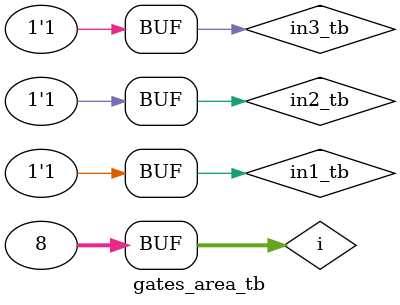
<source format=v>
module gates_area_tb();

  reg in1_tb = 1;
  reg in2_tb = 0;
  reg in3_tb = 0;
  wire out_tb;
  
  gates_area UUT1(
    .in1(in1_tb),
    .in2(in2_tb),
    .in3(in3_tb),
    .out_or(out_tb)
  );
  
  integer i = 0;

  initial begin
    $dumpfile("tb.vcd"); 
    $dumpvars;
    $display("\t\t time | in1 | in2 | in3 | out");
    
    for(i=0; i<=7; i=i+1)
      begin
        #1       
        in1_tb = 1^in1_tb;
        in2_tb = i>>1&1;
        in3_tb = i>>2&1;
        $monitor($time, "  |  %d  |  %d  |  %d  |  %d", in1_tb, in2_tb, in3_tb, out_tb);
      end
  end
      
endmodule

</source>
